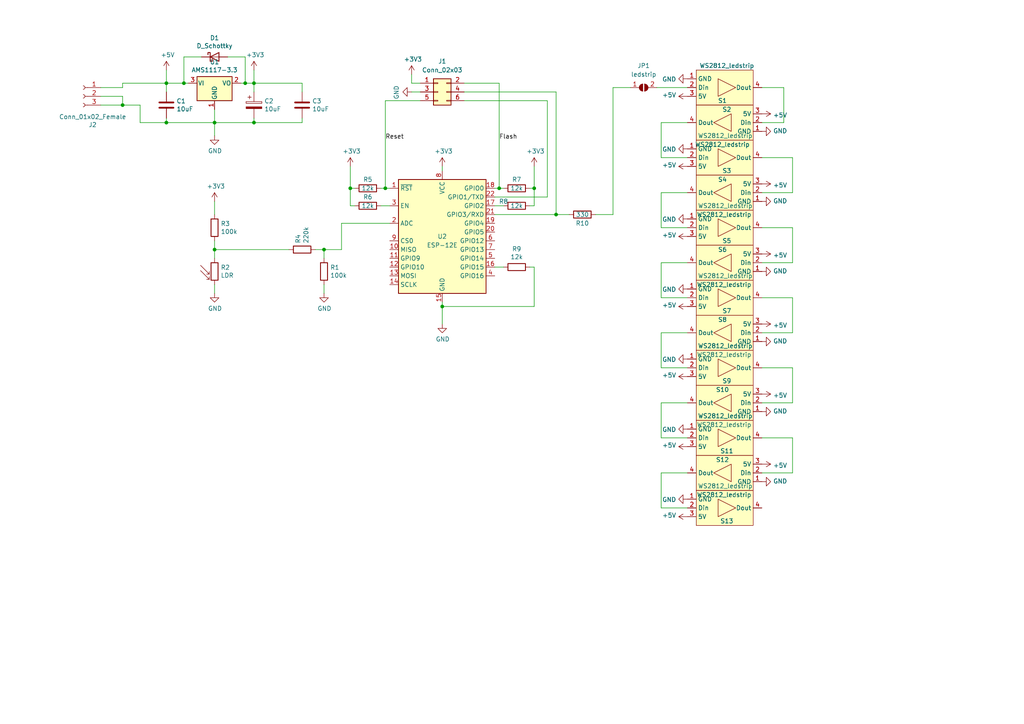
<source format=kicad_sch>
(kicad_sch (version 20211123) (generator eeschema)
  (paper "A4")
  (lib_symbols
    (symbol "Connector:Conn_01x03_Female" (pin_names (offset 1.016) hide)
      (property "Reference" "J" (at 0 5.08 0))
      (property "Value" "Conn_01x03_Female" (at 0 -5.08 0))
      (symbol "Conn_01x03_Female_1_1"
        (arc (start 0 -2.032) (mid -0.508 -2.54) (end 0 -3.048) (stroke (width 0.1524)))
        (polyline (pts (xy -1.27 -2.54) (xy -0.508 -2.54)) (stroke (width 0.1524)))
        (polyline (pts (xy -1.27 0) (xy -0.508 0)) (stroke (width 0.1524)))
        (polyline (pts (xy -1.27 2.54) (xy -0.508 2.54)) (stroke (width 0.1524)))
        (arc (start 0 0.508) (mid -0.508 0) (end 0 -0.508) (stroke (width 0.1524)))
        (arc (start 0 3.048) (mid -0.508 2.54) (end 0 2.032) (stroke (width 0.1524)))
        (pin passive line (at -5.08 2.54 0) (length 3.81) (name "Pin_1") (number "1"))
        (pin passive line (at -5.08 0 0) (length 3.81) (name "Pin_2") (number "2"))
        (pin passive line (at -5.08 -2.54 0) (length 3.81) (name "Pin_3") (number "3"))
      )
    )
    (symbol "Connector_Generic:Conn_02x03_Odd_Even" (pin_names (offset 1.016) hide)
      (property "Reference" "J" (at 1.27 5.08 0))
      (property "Value" "Conn_02x03_Odd_Even" (at 1.27 -5.08 0))
      (symbol "Conn_02x03_Odd_Even_1_1"
        (rectangle (start -1.27 -2.413) (end 0 -2.667) (stroke (width 0.1524)))
        (rectangle (start -1.27 0.127) (end 0 -0.127) (stroke (width 0.1524)))
        (rectangle (start -1.27 2.667) (end 0 2.413) (stroke (width 0.1524)))
        (rectangle (start -1.27 3.81) (end 3.81 -3.81) (stroke (width 0.254)) (fill (type background)))
        (rectangle (start 3.81 -2.413) (end 2.54 -2.667) (stroke (width 0.1524)))
        (rectangle (start 3.81 0.127) (end 2.54 -0.127) (stroke (width 0.1524)))
        (rectangle (start 3.81 2.667) (end 2.54 2.413) (stroke (width 0.1524)))
        (pin passive line (at -5.08 2.54 0) (length 3.81) (name "Pin_1") (number "1"))
        (pin passive line (at 7.62 2.54 180) (length 3.81) (name "Pin_2") (number "2"))
        (pin passive line (at -5.08 0 0) (length 3.81) (name "Pin_3") (number "3"))
        (pin passive line (at 7.62 0 180) (length 3.81) (name "Pin_4") (number "4"))
        (pin passive line (at -5.08 -2.54 0) (length 3.81) (name "Pin_5") (number "5"))
        (pin passive line (at 7.62 -2.54 180) (length 3.81) (name "Pin_6") (number "6"))
      )
    )
    (symbol "Device:C" (pin_numbers hide) (pin_names (offset 0.254))
      (property "Reference" "C" (at 0.635 2.54 0))
      (property "Value" "C" (at 0.635 -2.54 0))
      (symbol "C_0_1"
        (polyline (pts (xy -2.032 -0.762) (xy 2.032 -0.762)) (stroke (width 0.508)))
        (polyline (pts (xy -2.032 0.762) (xy 2.032 0.762)) (stroke (width 0.508)))
      )
      (symbol "C_1_1"
        (pin passive line (at 0 3.81 270) (length 2.794) (name "~") (number "1"))
        (pin passive line (at 0 -3.81 90) (length 2.794) (name "~") (number "2"))
      )
    )
    (symbol "Device:CP" (pin_numbers hide) (pin_names (offset 0.254))
      (property "Reference" "C" (at 0.635 2.54 0))
      (property "Value" "Device_CP" (at 0.635 -2.54 0))
      (symbol "CP_0_1"
        (rectangle (start -2.286 0.508) (end 2.286 1.016))
        (polyline (pts (xy -1.778 2.286) (xy -0.762 2.286)))
        (polyline (pts (xy -1.27 2.794) (xy -1.27 1.778)))
        (rectangle (start 2.286 -0.508) (end -2.286 -1.016) (fill (type outline)))
      )
      (symbol "CP_1_1"
        (pin passive line (at 0 3.81 270) (length 2.794) (name "~") (number "1"))
        (pin passive line (at 0 -3.81 90) (length 2.794) (name "~") (number "2"))
      )
    )
    (symbol "Device:D_Schottky" (pin_numbers hide) (pin_names (offset 1.016) hide)
      (property "Reference" "D" (at 0 2.54 0))
      (property "Value" "D_Schottky" (at 0 -2.54 0))
      (symbol "D_Schottky_0_1"
        (polyline (pts (xy 1.27 0) (xy -1.27 0)))
        (polyline (pts (xy 1.27 1.27) (xy 1.27 -1.27) (xy -1.27 0) (xy 1.27 1.27)) (stroke (width 0.254)))
        (polyline (pts (xy -1.905 0.635) (xy -1.905 1.27) (xy -1.27 1.27) (xy -1.27 -1.27) (xy -0.635 -1.27) (xy -0.635 -0.635)) (stroke (width 0.254)))
      )
      (symbol "D_Schottky_1_1"
        (pin passive line (at -3.81 0 0) (length 2.54) (name "K") (number "1"))
        (pin passive line (at 3.81 0 180) (length 2.54) (name "A") (number "2"))
      )
    )
    (symbol "Device:R" (pin_numbers hide) (pin_names (offset 0))
      (property "Reference" "R" (at 2.032 0 90))
      (property "Value" "R" (at 0 0 90))
      (symbol "R_0_1"
        (rectangle (start -1.016 -2.54) (end 1.016 2.54) (stroke (width 0.254)))
      )
      (symbol "R_1_1"
        (pin passive line (at 0 3.81 270) (length 1.27) (name "~") (number "1"))
        (pin passive line (at 0 -3.81 90) (length 1.27) (name "~") (number "2"))
      )
    )
    (symbol "Jumper:SolderJumper_2_Open" (pin_names (offset 0) hide)
      (property "Reference" "JP" (at 0 2.032 0))
      (property "Value" "SolderJumper_2_Open" (at 0 -2.54 0))
      (symbol "SolderJumper_2_Open_0_1"
        (arc (start -0.254 1.016) (mid -1.27 0) (end -0.254 -1.016))
        (arc (start -0.254 1.016) (mid -1.27 0) (end -0.254 -1.016) (fill (type outline)))
        (polyline (pts (xy -0.254 1.016) (xy -0.254 -1.016)))
        (polyline (pts (xy 0.254 1.016) (xy 0.254 -1.016)))
        (arc (start 0.254 -1.016) (mid 1.27 0) (end 0.254 1.016))
        (arc (start 0.254 -1.016) (mid 1.27 0) (end 0.254 1.016) (fill (type outline)))
      )
      (symbol "SolderJumper_2_Open_1_1"
        (pin passive line (at -3.81 0 0) (length 2.54) (name "A") (number "1"))
        (pin passive line (at 3.81 0 180) (length 2.54) (name "B") (number "2"))
      )
    )
    (symbol "RF_Module:ESP-12E"
      (property "Reference" "U" (at -12.7 19.05 0))
      (property "Value" "ESP-12E" (at 12.7 19.05 0))
      (symbol "ESP-12E_0_1"
        (rectangle (start -12.7 17.78) (end 12.7 -15.24) (stroke (width 0.254)) (fill (type background)))
      )
      (symbol "ESP-12E_1_1"
        (pin input line (at -15.24 15.24 0) (length 2.54) (name "~{RST}") (number "1"))
        (pin bidirectional line (at -15.24 -2.54 0) (length 2.54) (name "MISO") (number "10"))
        (pin bidirectional line (at -15.24 -5.08 0) (length 2.54) (name "GPIO9") (number "11"))
        (pin bidirectional line (at -15.24 -7.62 0) (length 2.54) (name "GPIO10") (number "12"))
        (pin bidirectional line (at -15.24 -10.16 0) (length 2.54) (name "MOSI") (number "13"))
        (pin bidirectional line (at -15.24 -12.7 0) (length 2.54) (name "SCLK") (number "14"))
        (pin power_in line (at 0 -17.78 90) (length 2.54) (name "GND") (number "15"))
        (pin bidirectional line (at 15.24 -7.62 180) (length 2.54) (name "GPIO15") (number "16"))
        (pin bidirectional line (at 15.24 10.16 180) (length 2.54) (name "GPIO2") (number "17"))
        (pin bidirectional line (at 15.24 15.24 180) (length 2.54) (name "GPIO0") (number "18"))
        (pin bidirectional line (at 15.24 5.08 180) (length 2.54) (name "GPIO4") (number "19"))
        (pin input line (at -15.24 5.08 0) (length 2.54) (name "ADC") (number "2"))
        (pin bidirectional line (at 15.24 2.54 180) (length 2.54) (name "GPIO5") (number "20"))
        (pin bidirectional line (at 15.24 7.62 180) (length 2.54) (name "GPIO3/RXD") (number "21"))
        (pin bidirectional line (at 15.24 12.7 180) (length 2.54) (name "GPIO1/TXD") (number "22"))
        (pin input line (at -15.24 10.16 0) (length 2.54) (name "EN") (number "3"))
        (pin bidirectional line (at 15.24 -10.16 180) (length 2.54) (name "GPIO16") (number "4"))
        (pin bidirectional line (at 15.24 -5.08 180) (length 2.54) (name "GPIO14") (number "5"))
        (pin bidirectional line (at 15.24 0 180) (length 2.54) (name "GPIO12") (number "6"))
        (pin bidirectional line (at 15.24 -2.54 180) (length 2.54) (name "GPIO13") (number "7"))
        (pin power_in line (at 0 20.32 270) (length 2.54) (name "VCC") (number "8"))
        (pin input line (at -15.24 0 0) (length 2.54) (name "CS0") (number "9"))
      )
    )
    (symbol "Regulator_Linear:AMS1117-3.3" (pin_names (offset 0.254))
      (property "Reference" "U" (at -3.81 3.175 0))
      (property "Value" "AMS1117-3.3" (at 0 3.175 0))
      (symbol "AMS1117-3.3_0_1"
        (rectangle (start -5.08 -5.08) (end 5.08 1.905) (stroke (width 0.254)) (fill (type background)))
      )
      (symbol "AMS1117-3.3_1_1"
        (pin power_in line (at 0 -7.62 90) (length 2.54) (name "GND") (number "1"))
        (pin power_out line (at 7.62 0 180) (length 2.54) (name "VO") (number "2"))
        (pin power_in line (at -7.62 0 0) (length 2.54) (name "VI") (number "3"))
      )
    )
    (symbol "Sensor_Optical:LDR03" (pin_numbers hide) (pin_names (offset 0))
      (property "Reference" "R" (at -5.08 0 90))
      (property "Value" "LDR03" (at 1.905 0 90))
      (symbol "LDR03_0_1"
        (rectangle (start -1.016 2.54) (end 1.016 -2.54) (stroke (width 0.254)))
        (polyline (pts (xy -1.524 -2.286) (xy -4.064 0.254)))
        (polyline (pts (xy -1.524 -2.286) (xy -2.286 -2.286)))
        (polyline (pts (xy -1.524 -2.286) (xy -1.524 -1.524)))
        (polyline (pts (xy -1.524 -0.762) (xy -4.064 1.778)))
        (polyline (pts (xy -1.524 -0.762) (xy -2.286 -0.762)))
        (polyline (pts (xy -1.524 -0.762) (xy -1.524 0)))
      )
      (symbol "LDR03_1_1"
        (pin passive line (at 0 3.81 270) (length 1.27) (name "~") (number "1"))
        (pin passive line (at 0 -3.81 90) (length 1.27) (name "~") (number "2"))
      )
    )
    (symbol "power:+3V3" (power) (pin_names (offset 0))
      (property "Value" "+3V3" (at 0 3.556 0))
      (symbol "+3V3_0_1"
        (polyline (pts (xy -0.762 1.27) (xy 0 2.54)))
        (polyline (pts (xy 0 0) (xy 0 2.54)))
        (polyline (pts (xy 0 2.54) (xy 0.762 1.27)))
      )
      (symbol "+3V3_1_1"
        (pin power_in line (at 0 0 90) (length 0) hide (name "+3V3") (number "1"))
      )
    )
    (symbol "power:+5V" (power) (pin_names (offset 0))
      (property "Value" "+5V" (at 0 3.556 0))
      (symbol "+5V_0_1"
        (polyline (pts (xy -0.762 1.27) (xy 0 2.54)))
        (polyline (pts (xy 0 0) (xy 0 2.54)))
        (polyline (pts (xy 0 2.54) (xy 0.762 1.27)))
      )
      (symbol "+5V_1_1"
        (pin power_in line (at 0 0 90) (length 0) hide (name "+5V") (number "1"))
      )
    )
    (symbol "power:GND" (power) (pin_names (offset 0))
      (property "Value" "GND" (at 0 -3.81 0))
      (symbol "GND_0_1"
        (polyline (pts (xy 0 0) (xy 0 -1.27) (xy 1.27 -1.27) (xy 0 -2.54) (xy -1.27 -1.27) (xy 0 -1.27)))
      )
      (symbol "GND_1_1"
        (pin power_in line (at 0 0 270) (length 0) hide (name "GND") (number "1"))
      )
    )
    (symbol "woordklok_symbol:WS2812_ledstrip"
      (property "Reference" "U" (at 1.27 -3.81 0))
      (property "Value" "WS2812_ledstrip" (at 0.8 6.35 0))
      (symbol "WS2812_ledstrip_0_1"
        (rectangle (start -7.62 5.08) (end 8.89 -5.08) (fill (type background)))
        (polyline (pts (xy -1.27 2.54) (xy 3.81 0)))
        (polyline (pts (xy -1.27 2.54) (xy -1.27 -2.54) (xy 3.81 0)))
      )
      (symbol "WS2812_ledstrip_1_1"
        (pin input line (at -10.16 2.54 0) (length 2.54) (name "GND") (number "1"))
        (pin input line (at -10.16 0 0) (length 2.54) (name "Din") (number "2"))
        (pin input line (at -10.16 -2.54 0) (length 2.54) (name "5V") (number "3"))
        (pin output line (at 11.43 0 180) (length 2.54) (name "Dout") (number "4"))
      )
    )
  )
  (junction (at 144.78 54.61))
  (junction (at 35.56 30.48))
  (junction (at 48.26 24.13))
  (junction (at 128.27 88.9))
  (junction (at 48.26 35.56))
  (junction (at 93.98 72.39))
  (junction (at 161.29 62.23))
  (junction (at 73.66 35.56))
  (junction (at 154.94 54.61))
  (junction (at 62.23 72.39))
  (junction (at 101.6 54.61))
  (junction (at 71.12 24.13))
  (junction (at 73.66 24.13))
  (junction (at 111.76 54.61))
  (junction (at 53.34 24.13))
  (junction (at 62.23 35.56))
  (wire (pts (xy 62.23 31.75) (xy 62.23 35.56)))
  (wire (pts (xy 71.12 16.51) (xy 71.12 24.13)))
  (wire (pts (xy 177.8 25.4) (xy 177.8 62.23)))
  (wire (pts (xy 177.8 25.4) (xy 182.88 25.4)))
  (wire (pts (xy 220.98 106.68) (xy 229.87 106.68)))
  (wire (pts (xy 144.78 54.61) (xy 144.78 24.13)))
  (wire (pts (xy 143.51 59.69) (xy 146.05 59.69)))
  (wire (pts (xy 99.06 72.39) (xy 99.06 64.77)))
  (wire (pts (xy 40.64 35.56) (xy 48.26 35.56)))
  (wire (pts (xy 199.39 76.2) (xy 191.77 76.2)))
  (wire (pts (xy 199.39 96.52) (xy 191.77 96.52)))
  (wire (pts (xy 29.21 30.48) (xy 35.56 30.48)))
  (wire (pts (xy 62.23 62.23) (xy 62.23 58.42)))
  (wire (pts (xy 73.66 24.13) (xy 87.63 24.13)))
  (wire (pts (xy 66.04 16.51) (xy 71.12 16.51)))
  (wire (pts (xy 53.34 16.51) (xy 53.34 24.13)))
  (wire (pts (xy 93.98 85.09) (xy 93.98 82.55)))
  (wire (pts (xy 128.27 88.9) (xy 128.27 93.98)))
  (wire (pts (xy 119.38 26.67) (xy 121.92 26.67)))
  (wire (pts (xy 48.26 26.67) (xy 48.26 24.13)))
  (wire (pts (xy 199.39 66.04) (xy 191.77 66.04)))
  (wire (pts (xy 111.76 54.61) (xy 111.76 29.21)))
  (wire (pts (xy 220.98 66.04) (xy 229.87 66.04)))
  (wire (pts (xy 62.23 85.09) (xy 62.23 82.55)))
  (wire (pts (xy 35.56 30.48) (xy 40.64 30.48)))
  (wire (pts (xy 143.51 62.23) (xy 161.29 62.23)))
  (wire (pts (xy 144.78 24.13) (xy 134.62 24.13)))
  (wire (pts (xy 199.39 35.56) (xy 191.77 35.56)))
  (wire (pts (xy 73.66 35.56) (xy 62.23 35.56)))
  (wire (pts (xy 35.56 27.94) (xy 35.56 30.48)))
  (wire (pts (xy 62.23 35.56) (xy 62.23 39.37)))
  (wire (pts (xy 220.98 127) (xy 229.87 127)))
  (wire (pts (xy 154.94 77.47) (xy 153.67 77.47)))
  (wire (pts (xy 154.94 54.61) (xy 153.67 54.61)))
  (wire (pts (xy 229.87 137.16) (xy 220.98 137.16)))
  (wire (pts (xy 191.77 45.72) (xy 191.77 35.56)))
  (wire (pts (xy 35.56 24.13) (xy 35.56 25.4)))
  (wire (pts (xy 191.77 96.52) (xy 191.77 106.68)))
  (wire (pts (xy 73.66 26.67) (xy 73.66 24.13)))
  (wire (pts (xy 191.77 137.16) (xy 191.77 147.32)))
  (wire (pts (xy 229.87 86.36) (xy 229.87 96.52)))
  (wire (pts (xy 220.98 25.4) (xy 227.33 25.4)))
  (wire (pts (xy 191.77 147.32) (xy 199.39 147.32)))
  (wire (pts (xy 111.76 29.21) (xy 121.92 29.21)))
  (wire (pts (xy 143.51 54.61) (xy 144.78 54.61)))
  (wire (pts (xy 191.77 86.36) (xy 199.39 86.36)))
  (wire (pts (xy 102.87 59.69) (xy 101.6 59.69)))
  (wire (pts (xy 62.23 69.85) (xy 62.23 72.39)))
  (wire (pts (xy 87.63 34.29) (xy 87.63 35.56)))
  (wire (pts (xy 35.56 24.13) (xy 48.26 24.13)))
  (wire (pts (xy 229.87 66.04) (xy 229.87 76.2)))
  (wire (pts (xy 93.98 72.39) (xy 99.06 72.39)))
  (wire (pts (xy 73.66 20.32) (xy 73.66 24.13)))
  (wire (pts (xy 87.63 26.67) (xy 87.63 24.13)))
  (wire (pts (xy 121.92 24.13) (xy 119.38 24.13)))
  (wire (pts (xy 134.62 29.21) (xy 158.75 29.21)))
  (wire (pts (xy 40.64 30.48) (xy 40.64 35.56)))
  (wire (pts (xy 73.66 34.29) (xy 73.66 35.56)))
  (wire (pts (xy 220.98 96.52) (xy 229.87 96.52)))
  (wire (pts (xy 128.27 87.63) (xy 128.27 88.9)))
  (wire (pts (xy 154.94 48.26) (xy 154.94 54.61)))
  (wire (pts (xy 91.44 72.39) (xy 93.98 72.39)))
  (wire (pts (xy 48.26 34.29) (xy 48.26 35.56)))
  (wire (pts (xy 119.38 24.13) (xy 119.38 21.59)))
  (wire (pts (xy 110.49 54.61) (xy 111.76 54.61)))
  (wire (pts (xy 93.98 74.93) (xy 93.98 72.39)))
  (wire (pts (xy 229.87 45.72) (xy 229.87 55.88)))
  (wire (pts (xy 191.77 106.68) (xy 199.39 106.68)))
  (wire (pts (xy 69.85 24.13) (xy 71.12 24.13)))
  (wire (pts (xy 134.62 26.67) (xy 161.29 26.67)))
  (wire (pts (xy 101.6 59.69) (xy 101.6 54.61)))
  (wire (pts (xy 199.39 116.84) (xy 191.77 116.84)))
  (wire (pts (xy 190.5 25.4) (xy 199.39 25.4)))
  (wire (pts (xy 29.21 27.94) (xy 35.56 27.94)))
  (wire (pts (xy 99.06 64.77) (xy 113.03 64.77)))
  (wire (pts (xy 48.26 35.56) (xy 62.23 35.56)))
  (wire (pts (xy 199.39 45.72) (xy 191.77 45.72)))
  (wire (pts (xy 53.34 24.13) (xy 54.61 24.13)))
  (wire (pts (xy 161.29 62.23) (xy 165.1 62.23)))
  (wire (pts (xy 143.51 57.15) (xy 158.75 57.15)))
  (wire (pts (xy 101.6 54.61) (xy 101.6 48.26)))
  (wire (pts (xy 62.23 74.93) (xy 62.23 72.39)))
  (wire (pts (xy 48.26 24.13) (xy 53.34 24.13)))
  (wire (pts (xy 146.05 77.47) (xy 143.51 77.47)))
  (wire (pts (xy 199.39 137.16) (xy 191.77 137.16)))
  (wire (pts (xy 154.94 77.47) (xy 154.94 88.9)))
  (wire (pts (xy 154.94 88.9) (xy 128.27 88.9)))
  (wire (pts (xy 110.49 59.69) (xy 113.03 59.69)))
  (wire (pts (xy 229.87 106.68) (xy 229.87 116.84)))
  (wire (pts (xy 229.87 127) (xy 229.87 137.16)))
  (wire (pts (xy 227.33 25.4) (xy 227.33 35.56)))
  (wire (pts (xy 71.12 24.13) (xy 73.66 24.13)))
  (wire (pts (xy 191.77 55.88) (xy 191.77 66.04)))
  (wire (pts (xy 35.56 25.4) (xy 29.21 25.4)))
  (wire (pts (xy 172.72 62.23) (xy 177.8 62.23)))
  (wire (pts (xy 191.77 76.2) (xy 191.77 86.36)))
  (wire (pts (xy 87.63 35.56) (xy 73.66 35.56)))
  (wire (pts (xy 111.76 54.61) (xy 113.03 54.61)))
  (wire (pts (xy 48.26 24.13) (xy 48.26 20.32)))
  (wire (pts (xy 144.78 54.61) (xy 146.05 54.61)))
  (wire (pts (xy 191.77 116.84) (xy 191.77 127)))
  (wire (pts (xy 220.98 86.36) (xy 229.87 86.36)))
  (wire (pts (xy 102.87 54.61) (xy 101.6 54.61)))
  (wire (pts (xy 229.87 55.88) (xy 220.98 55.88)))
  (wire (pts (xy 229.87 116.84) (xy 220.98 116.84)))
  (wire (pts (xy 154.94 59.69) (xy 154.94 54.61)))
  (wire (pts (xy 58.42 16.51) (xy 53.34 16.51)))
  (wire (pts (xy 199.39 55.88) (xy 191.77 55.88)))
  (wire (pts (xy 220.98 35.56) (xy 227.33 35.56)))
  (wire (pts (xy 161.29 62.23) (xy 161.29 26.67)))
  (wire (pts (xy 220.98 45.72) (xy 229.87 45.72)))
  (wire (pts (xy 128.27 48.26) (xy 128.27 49.53)))
  (wire (pts (xy 154.94 59.69) (xy 153.67 59.69)))
  (wire (pts (xy 158.75 57.15) (xy 158.75 29.21)))
  (wire (pts (xy 191.77 127) (xy 199.39 127)))
  (wire (pts (xy 62.23 72.39) (xy 83.82 72.39)))
  (wire (pts (xy 229.87 76.2) (xy 220.98 76.2)))
  (label "Flash" (at 144.78 40.64 0))
  (label "Reset" (at 111.76 40.64 0))
  (symbol (lib_id "Regulator_Linear:AMS1117-3.3") (at 62.23 24.13 0) (unit 1)
    (property "Reference" "U1" (at 62.23 17.9832 0))
    (property "Value" "AMS1117-3.3" (at 62.23 20.2946 0))
    (property "Footprint" "Package_TO_SOT_SMD:SOT-223-3_TabPin2" (effects hide))
    (property "Datasheet" "http://www.advanced-monolithic.com/pdf/ds1117.pdf" (effects hide))
  )
  (symbol (lib_id "Device:R") (at 93.98 78.74 0) (unit 1)
    (property "Reference" "R1" (at 95.758 77.5716 0) (effects (justify left)))
    (property "Value" "100k" (at 95.758 79.883 0) (effects (justify left)))
    (property "Footprint" "Resistor_SMD:R_0805_2012Metric_Pad1.20x1.40mm_HandSolder" (effects hide))
  )
  (symbol (lib_id "Device:R") (at 62.23 66.04 0) (unit 1)
    (property "Reference" "R3" (at 64.008 64.8716 0) (effects (justify left)))
    (property "Value" "100k" (at 64.008 67.183 0) (effects (justify left)))
    (property "Footprint" "Resistor_SMD:R_0805_2012Metric_Pad1.20x1.40mm_HandSolder" (effects hide))
  )
  (symbol (lib_id "Sensor_Optical:LDR03") (at 62.23 78.74 0) (unit 1)
    (property "Reference" "R2" (at 64.008 77.5716 0) (effects (justify left)))
    (property "Value" "LDR" (at 64.008 79.883 0) (effects (justify left)))
    (property "Footprint" "OptoDevice:R_LDR_5.1x4.3mm_P3.4mm_Vertical" (effects hide))
    (property "Datasheet" "http://www.elektronica-componenten.nl/WebRoot/StoreNL/Shops/61422969/54F1/BA0C/C664/31B9/2173/C0A8/2AB9/2AEF/LDR03IMP.pdf" (effects hide))
  )
  (symbol (lib_id "power:GND") (at 62.23 39.37 0) (unit 1)
    (property "Reference" "#PWR0101" (effects hide))
    (property "Value" "GND" (at 62.357 43.7642 0))
  )
  (symbol (lib_id "power:GND") (at 128.27 93.98 0) (unit 1)
    (property "Reference" "#PWR0102" (effects hide))
    (property "Value" "GND" (at 128.397 98.3742 0))
  )
  (symbol (lib_id "RF_Module:ESP-12E") (at 128.27 69.85 0) (unit 1)
    (property "Reference" "U2" (at 128.27 68.58 0))
    (property "Value" "ESP-12E" (at 128.27 71.12 0))
    (property "Footprint" "RF_Module:ESP-12E" (effects hide))
    (property "Datasheet" "http://wiki.ai-thinker.com/_media/esp8266/esp8266_series_modules_user_manual_v1.1.pdf" (effects hide))
  )
  (symbol (lib_id "Device:C") (at 48.26 30.48 0) (unit 1)
    (property "Reference" "C1" (at 51.181 29.3116 0) (effects (justify left)))
    (property "Value" "10uF" (at 51.181 31.623 0) (effects (justify left)))
    (property "Footprint" "Capacitor_SMD:C_0805_2012Metric_Pad1.18x1.45mm_HandSolder" (effects hide))
  )
  (symbol (lib_id "Device:CP") (at 73.66 30.48 0) (unit 1)
    (property "Reference" "C2" (at 76.6572 29.3116 0) (effects (justify left)))
    (property "Value" "10uF" (at 76.6572 31.623 0) (effects (justify left)))
    (property "Footprint" "Capacitor_SMD:CP_Elec_6.3x5.4" (effects hide))
  )
  (symbol (lib_id "Connector:Conn_01x03_Female") (at 24.13 27.94 0) (mirror y) (unit 1)
    (property "Reference" "J2" (at 26.8732 36.195 0))
    (property "Value" "Conn_01x02_Female" (at 26.8732 33.8836 0))
    (property "Footprint" "Connector_BarrelJack:BarrelJack_CLIFF_FC681465S_SMT_Horizontal" (effects hide))
  )
  (symbol (lib_id "power:+5V") (at 48.26 20.32 0) (unit 1)
    (property "Reference" "#PWR0103" (effects hide))
    (property "Value" "+5V" (at 48.641 15.9258 0))
  )
  (symbol (lib_id "Device:C") (at 87.63 30.48 0) (unit 1)
    (property "Reference" "C3" (at 90.551 29.3116 0) (effects (justify left)))
    (property "Value" "10uF" (at 90.551 31.623 0) (effects (justify left)))
    (property "Footprint" "Capacitor_SMD:C_0805_2012Metric_Pad1.18x1.45mm_HandSolder" (effects hide))
  )
  (symbol (lib_id "power:+5V") (at 199.39 27.94 90) (unit 1)
    (property "Reference" "#PWR0106" (effects hide))
    (property "Value" "+5V" (at 196.1388 27.559 90) (effects (justify left)))
  )
  (symbol (lib_id "power:GND") (at 199.39 22.86 270) (unit 1)
    (property "Reference" "#PWR0107" (effects hide))
    (property "Value" "GND" (at 196.1388 22.987 90) (effects (justify right)))
  )
  (symbol (lib_id "woordklok_symbol:WS2812_ledstrip") (at 209.55 45.72 0) (unit 1)
    (property "Reference" "S3" (at 210.82 49.53 0))
    (property "Value" "WS2812_ledstrip" (at 210.35 39.37 0))
    (property "Footprint" "woordklok_footprint:WS2812_ledstrip_30leds_meter" (effects hide))
  )
  (symbol (lib_id "woordklok_symbol:WS2812_ledstrip") (at 210.82 55.88 180) (unit 1)
    (property "Reference" "S4" (at 209.55 52.07 0))
    (property "Value" "WS2812_ledstrip" (at 210.02 62.23 0))
    (property "Footprint" "woordklok_footprint:WS2812_ledstrip_30leds_meter" (effects hide))
  )
  (symbol (lib_id "woordklok_symbol:WS2812_ledstrip") (at 209.55 66.04 0) (unit 1)
    (property "Reference" "S5" (at 210.82 69.85 0))
    (property "Value" "WS2812_ledstrip" (at 210.35 59.69 0))
    (property "Footprint" "woordklok_footprint:WS2812_ledstrip_30leds_meter" (effects hide))
  )
  (symbol (lib_id "woordklok_symbol:WS2812_ledstrip") (at 210.82 76.2 180) (unit 1)
    (property "Reference" "S6" (at 209.55 72.39 0))
    (property "Value" "WS2812_ledstrip" (at 210.02 82.55 0))
    (property "Footprint" "woordklok_footprint:WS2812_ledstrip_30leds_meter" (effects hide))
  )
  (symbol (lib_id "woordklok_symbol:WS2812_ledstrip") (at 209.55 86.36 0) (unit 1)
    (property "Reference" "S7" (at 210.82 90.17 0))
    (property "Value" "WS2812_ledstrip" (at 210.35 80.01 0))
    (property "Footprint" "woordklok_footprint:WS2812_ledstrip_30leds_meter" (effects hide))
  )
  (symbol (lib_id "woordklok_symbol:WS2812_ledstrip") (at 210.82 96.52 180) (unit 1)
    (property "Reference" "S8" (at 209.55 92.71 0))
    (property "Value" "WS2812_ledstrip" (at 210.02 102.87 0))
    (property "Footprint" "woordklok_footprint:WS2812_ledstrip_30leds_meter" (effects hide))
  )
  (symbol (lib_id "woordklok_symbol:WS2812_ledstrip") (at 209.55 106.68 0) (unit 1)
    (property "Reference" "S9" (at 210.82 110.49 0))
    (property "Value" "WS2812_ledstrip" (at 210.35 100.33 0))
    (property "Footprint" "woordklok_footprint:WS2812_ledstrip_30leds_meter" (effects hide))
  )
  (symbol (lib_id "woordklok_symbol:WS2812_ledstrip") (at 210.82 116.84 180) (unit 1)
    (property "Reference" "S10" (at 209.55 113.03 0))
    (property "Value" "WS2812_ledstrip" (at 210.02 123.19 0))
    (property "Footprint" "woordklok_footprint:WS2812_ledstrip_30leds_meter" (effects hide))
  )
  (symbol (lib_id "woordklok_symbol:WS2812_ledstrip") (at 209.55 127 0) (unit 1)
    (property "Reference" "S11" (at 210.82 130.81 0))
    (property "Value" "WS2812_ledstrip" (at 210.35 120.65 0))
    (property "Footprint" "woordklok_footprint:WS2812_ledstrip_30leds_meter" (effects hide))
  )
  (symbol (lib_id "woordklok_symbol:WS2812_ledstrip") (at 210.82 137.16 180) (unit 1)
    (property "Reference" "S12" (at 209.55 133.35 0))
    (property "Value" "WS2812_ledstrip" (at 210.02 143.51 0))
    (property "Footprint" "woordklok_footprint:WS2812_ledstrip_30leds_meter" (effects hide))
  )
  (symbol (lib_id "woordklok_symbol:WS2812_ledstrip") (at 209.55 147.32 0) (unit 1)
    (property "Reference" "S13" (at 210.82 151.13 0))
    (property "Value" "WS2812_ledstrip" (at 210.35 140.97 0))
    (property "Footprint" "woordklok_footprint:WS2812_ledstrip_30leds_meter" (effects hide))
  )
  (symbol (lib_id "power:+3V3") (at 73.66 20.32 0) (unit 1)
    (property "Reference" "#PWR0130" (effects hide))
    (property "Value" "+3V3" (at 74.041 15.9258 0))
  )
  (symbol (lib_id "power:+3V3") (at 101.6 48.26 0) (unit 1)
    (property "Reference" "#PWR0131" (effects hide))
    (property "Value" "+3V3" (at 101.981 43.8658 0))
  )
  (symbol (lib_id "Device:R") (at 106.68 54.61 270) (unit 1)
    (property "Reference" "R5" (at 106.68 52.07 90))
    (property "Value" "12k" (at 106.68 54.61 90))
    (property "Footprint" "Resistor_SMD:R_0805_2012Metric_Pad1.20x1.40mm_HandSolder" (effects hide))
  )
  (symbol (lib_id "Device:R") (at 106.68 59.69 270) (unit 1)
    (property "Reference" "R6" (at 106.68 57.15 90))
    (property "Value" "12k" (at 106.68 59.69 90))
    (property "Footprint" "Resistor_SMD:R_0805_2012Metric_Pad1.20x1.40mm_HandSolder" (effects hide))
  )
  (symbol (lib_id "Device:R") (at 149.86 54.61 270) (unit 1)
    (property "Reference" "R7" (at 149.86 52.07 90))
    (property "Value" "12k" (at 149.86 54.61 90))
    (property "Footprint" "Resistor_SMD:R_0805_2012Metric_Pad1.20x1.40mm_HandSolder" (effects hide))
  )
  (symbol (lib_id "Device:R") (at 149.86 59.69 270) (unit 1)
    (property "Reference" "R8" (at 146.05 58.42 90))
    (property "Value" "12k" (at 149.86 59.69 90))
    (property "Footprint" "Resistor_SMD:R_0805_2012Metric_Pad1.20x1.40mm_HandSolder" (effects hide))
  )
  (symbol (lib_id "power:+3V3") (at 154.94 48.26 0) (unit 1)
    (property "Reference" "#PWR0132" (effects hide))
    (property "Value" "+3V3" (at 155.321 43.8658 0))
  )
  (symbol (lib_id "power:GND") (at 119.38 26.67 270) (unit 1)
    (property "Reference" "#PWR0133" (effects hide))
    (property "Value" "GND" (at 114.9858 26.797 0))
  )
  (symbol (lib_id "Device:R") (at 149.86 77.47 270) (unit 1)
    (property "Reference" "R9" (at 149.86 72.2122 90))
    (property "Value" "12k" (at 149.86 74.5236 90))
    (property "Footprint" "Resistor_SMD:R_0805_2012Metric_Pad1.20x1.40mm_HandSolder" (effects hide))
  )
  (symbol (lib_id "Device:D_Schottky") (at 62.23 16.51 0) (unit 1)
    (property "Reference" "D1" (at 62.23 10.9982 0))
    (property "Value" "D_Schottky" (at 62.23 13.3096 0))
    (property "Footprint" "Diode_SMD:D_0805_2012Metric_Pad1.15x1.40mm_HandSolder" (effects hide))
  )
  (symbol (lib_id "power:+3V3") (at 62.23 58.42 0) (unit 1)
    (property "Reference" "#PWR0134" (effects hide))
    (property "Value" "+3V3" (at 62.611 54.0258 0))
  )
  (symbol (lib_id "power:GND") (at 62.23 85.09 0) (unit 1)
    (property "Reference" "#PWR0135" (effects hide))
    (property "Value" "GND" (at 62.357 89.4842 0))
  )
  (symbol (lib_id "Device:R") (at 87.63 72.39 90) (unit 1)
    (property "Reference" "R4" (at 86.4616 70.612 0) (effects (justify left)))
    (property "Value" "220k" (at 88.773 70.612 0) (effects (justify left)))
    (property "Footprint" "Resistor_SMD:R_0805_2012Metric_Pad1.20x1.40mm_HandSolder" (effects hide))
  )
  (symbol (lib_id "power:GND") (at 93.98 85.09 0) (unit 1)
    (property "Reference" "#PWR0136" (effects hide))
    (property "Value" "GND" (at 94.107 89.4842 0))
  )
  (symbol (lib_id "power:GND") (at 220.98 58.42 90) (unit 1)
    (property "Reference" "#PWR0122" (effects hide))
    (property "Value" "GND" (at 224.2312 58.293 90) (effects (justify right)))
  )
  (symbol (lib_id "Device:R") (at 168.91 62.23 270) (unit 1)
    (property "Reference" "R10" (at 168.91 64.77 90))
    (property "Value" "330" (at 168.91 62.23 90))
    (property "Footprint" "Resistor_SMD:R_0805_2012Metric_Pad1.20x1.40mm_HandSolder" (effects hide))
  )
  (symbol (lib_id "woordklok_symbol:WS2812_ledstrip") (at 209.55 25.4 0) (unit 1)
    (property "Reference" "S1" (at 209.55 29.21 0))
    (property "Value" "WS2812_ledstrip" (at 210.82 19.05 0))
    (property "Footprint" "woordklok_footprint:WS2812_ledstrip_30leds_meter" (effects hide))
  )
  (symbol (lib_id "power:+5V") (at 199.39 109.22 90) (unit 1)
    (property "Reference" "#PWR0104" (effects hide))
    (property "Value" "+5V" (at 196.1388 108.839 90) (effects (justify left)))
  )
  (symbol (lib_id "power:GND") (at 220.98 99.06 90) (unit 1)
    (property "Reference" "#PWR0112" (effects hide))
    (property "Value" "GND" (at 224.2312 98.933 90) (effects (justify right)))
  )
  (symbol (lib_id "power:GND") (at 220.98 78.74 90) (unit 1)
    (property "Reference" "#PWR0119" (effects hide))
    (property "Value" "GND" (at 224.2312 78.613 90) (effects (justify right)))
  )
  (symbol (lib_id "power:GND") (at 199.39 104.14 270) (unit 1)
    (property "Reference" "#PWR0105" (effects hide))
    (property "Value" "GND" (at 196.1388 104.267 90) (effects (justify right)))
  )
  (symbol (lib_id "power:+5V") (at 220.98 93.98 270) (unit 1)
    (property "Reference" "#PWR0113" (effects hide))
    (property "Value" "+5V" (at 224.2312 94.361 90) (effects (justify left)))
  )
  (symbol (lib_id "power:+5V") (at 199.39 129.54 90) (unit 1)
    (property "Reference" "#PWR0111" (effects hide))
    (property "Value" "+5V" (at 196.1388 129.159 90) (effects (justify left)))
  )
  (symbol (lib_id "power:+5V") (at 220.98 33.02 270) (unit 1)
    (property "Reference" "#PWR0120" (effects hide))
    (property "Value" "+5V" (at 224.2312 33.401 90) (effects (justify left)))
  )
  (symbol (lib_id "Jumper:SolderJumper_2_Open") (at 186.69 25.4 0) (unit 1)
    (property "Reference" "JP1" (at 186.69 19.05 0))
    (property "Value" "ledstrip" (at 186.69 21.59 0))
    (property "Footprint" "Jumper:SolderJumper-2_P1.3mm_Open_RoundedPad1.0x1.5mm" (effects hide))
  )
  (symbol (lib_id "power:GND") (at 220.98 139.7 90) (unit 1)
    (property "Reference" "#PWR0117" (effects hide))
    (property "Value" "GND" (at 224.2312 139.573 90) (effects (justify right)))
  )
  (symbol (lib_id "power:GND") (at 199.39 83.82 270) (unit 1)
    (property "Reference" "#PWR0126" (effects hide))
    (property "Value" "GND" (at 196.1388 83.947 90) (effects (justify right)))
  )
  (symbol (lib_id "power:+5V") (at 220.98 73.66 270) (unit 1)
    (property "Reference" "#PWR0118" (effects hide))
    (property "Value" "+5V" (at 224.2312 74.041 90) (effects (justify left)))
  )
  (symbol (lib_id "power:GND") (at 199.39 144.78 270) (unit 1)
    (property "Reference" "#PWR0108" (effects hide))
    (property "Value" "GND" (at 196.1388 144.907 90) (effects (justify right)))
  )
  (symbol (lib_id "power:GND") (at 220.98 38.1 90) (unit 1)
    (property "Reference" "#PWR0121" (effects hide))
    (property "Value" "GND" (at 224.2312 37.973 90) (effects (justify right)))
  )
  (symbol (lib_id "Connector_Generic:Conn_02x03_Odd_Even") (at 127 26.67 0) (unit 1)
    (property "Reference" "J1" (at 128.27 17.78 0))
    (property "Value" "Conn_02x03" (at 128.27 20.32 0))
    (property "Footprint" "Connector_PinHeader_2.54mm:PinHeader_2x03_P2.54mm_Vertical" (effects hide))
  )
  (symbol (lib_id "power:+5V") (at 220.98 134.62 270) (unit 1)
    (property "Reference" "#PWR0116" (effects hide))
    (property "Value" "+5V" (at 224.2312 135.001 90) (effects (justify left)))
  )
  (symbol (lib_id "power:+5V") (at 199.39 88.9 90) (unit 1)
    (property "Reference" "#PWR0127" (effects hide))
    (property "Value" "+5V" (at 196.1388 88.519 90) (effects (justify left)))
  )
  (symbol (lib_id "woordklok_symbol:WS2812_ledstrip") (at 210.82 35.56 180) (unit 1)
    (property "Reference" "S2" (at 210.82 31.75 0))
    (property "Value" "WS2812_ledstrip" (at 209.55 41.91 0))
    (property "Footprint" "woordklok_footprint:WS2812_ledstrip_30leds_meter" (effects hide))
  )
  (symbol (lib_id "power:+3V3") (at 128.27 48.26 0) (unit 1)
    (property "Reference" "#PWR02" (effects hide))
    (property "Value" "+3V3" (at 128.651 43.8658 0))
  )
  (symbol (lib_id "power:+3V3") (at 119.38 21.59 0) (unit 1)
    (property "Reference" "#PWR01" (effects hide))
    (property "Value" "+3V3" (at 119.761 17.1958 0))
  )
  (symbol (lib_id "power:+5V") (at 220.98 53.34 270) (unit 1)
    (property "Reference" "#PWR0123" (effects hide))
    (property "Value" "+5V" (at 224.2312 53.721 90) (effects (justify left)))
  )
  (symbol (lib_id "power:+5V") (at 220.98 114.3 270) (unit 1)
    (property "Reference" "#PWR0114" (effects hide))
    (property "Value" "+5V" (at 224.2312 114.681 90) (effects (justify left)))
  )
  (symbol (lib_id "power:+5V") (at 199.39 48.26 90) (unit 1)
    (property "Reference" "#PWR0129" (effects hide))
    (property "Value" "+5V" (at 196.1388 47.879 90) (effects (justify left)))
  )
  (symbol (lib_id "power:+5V") (at 199.39 149.86 90) (unit 1)
    (property "Reference" "#PWR0109" (effects hide))
    (property "Value" "+5V" (at 196.1388 149.479 90) (effects (justify left)))
  )
  (symbol (lib_id "power:+5V") (at 199.39 68.58 90) (unit 1)
    (property "Reference" "#PWR0124" (effects hide))
    (property "Value" "+5V" (at 196.1388 68.199 90) (effects (justify left)))
  )
  (symbol (lib_id "power:GND") (at 199.39 63.5 270) (unit 1)
    (property "Reference" "#PWR0125" (effects hide))
    (property "Value" "GND" (at 196.1388 63.627 90) (effects (justify right)))
  )
  (symbol (lib_id "power:GND") (at 199.39 43.18 270) (unit 1)
    (property "Reference" "#PWR0128" (effects hide))
    (property "Value" "GND" (at 196.1388 43.307 90) (effects (justify right)))
  )
  (symbol (lib_id "power:GND") (at 220.98 119.38 90) (unit 1)
    (property "Reference" "#PWR0115" (effects hide))
    (property "Value" "GND" (at 224.2312 119.253 90) (effects (justify right)))
  )
  (symbol (lib_id "power:GND") (at 199.39 124.46 270) (unit 1)
    (property "Reference" "#PWR0110" (effects hide))
    (property "Value" "GND" (at 196.1388 124.587 90) (effects (justify right)))
  )
)
</source>
